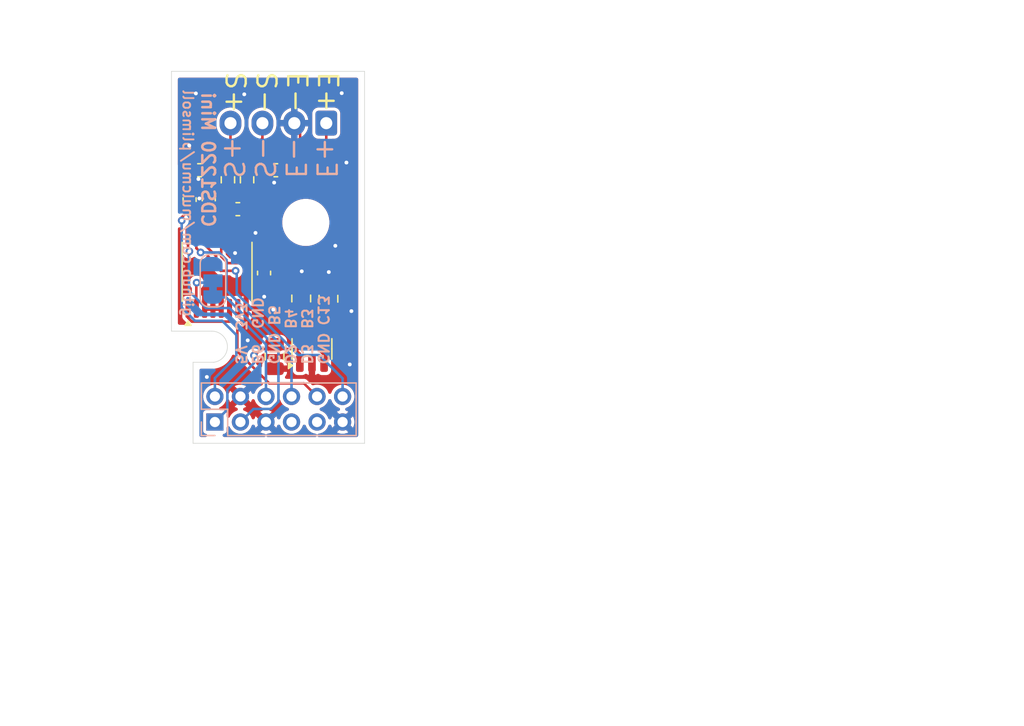
<source format=kicad_pcb>
(kicad_pcb (version 20241229) (generator "pcbnew") (generator_version "9.0")
  (layers (0 "F.Cu" signal) (4 "In1.Cu" signal) (6 "In2.Cu" signal) (2 "B.Cu" signal) (13 "F.Paste" user) (15 "B.Paste" user) (5 "F.SilkS" user "F.Silkscreen") (7 "B.SilkS" user "B.Silkscreen") (1 "F.Mask" user) (3 "B.Mask" user) (25 "Edge.Cuts" user))
  (net 0 "")
  (net 1 "GND")
  (net 2 "VBUS")
  (net 3 "+3.3VADC")
  (net 4 "+3V3")
  (net 5 "/Signal-")
  (net 6 "/Signal+")
  (net 7 "Net-(U1-AIN1)")
  (net 8 "Net-(U1-AIN0{slash}REFP1)")
  (net 9 "/C13")
  (net 10 "/B4")
  (net 11 "/B6")
  (net 12 "Net-(JP2-C)")
  (net 15 "/B3")
  (net 16 "/B5")
  (net 17 "/D3")
  (net 18 "/D2")
  (footprint "Connector_JST:JST_XH_B4B-XH-A_1x04_P2.50mm_Vertical" (layer "F.Cu") (at 38.2 24.06 180)
    (property "Reference" "J3" (hide yes))
    (property "Value" "Loadd Cell")
    (pad "1" thru_hole roundrect (at 0 0 180) (size 1.7 1.95) (drill 0.95) (layers "*.Cu" "*.Mask") (roundrect_rratio 0.147059) (net 3 "+3.3VADC"))
    (pad "2" thru_hole oval (at 2.5 0 180) (size 1.7 1.95) (drill 0.95) (layers "*.Cu" "*.Mask") (net 1 "GND"))
    (pad "3" thru_hole oval (at 5 0 180) (size 1.7 1.95) (drill 0.95) (layers "*.Cu" "*.Mask") (net 5 "/Signal-"))
    (pad "4" thru_hole oval (at 7.5 0 180) (size 1.7 1.95) (drill 0.95) (layers "*.Cu" "*.Mask") (net 6 "/Signal+"))
  )
  (footprint "Capacitor_SMD:C_0603_1608Metric" (layer "F.Cu") (at 33.33 35.805 -90)
    (property "Reference" "C8" (hide yes))
    (property "Value" "100n")
    (fp_line (start -0.14058 0.51) (end 0.14058 0.51) (stroke (width 0.12)) (layer "F.SilkS"))
    (fp_line (start -0.14058 -0.51) (end 0.14058 -0.51) (stroke (width 0.12)) (layer "F.SilkS"))
    (pad "1" smd roundrect (at -0.775 0 270) (size 0.9 0.95) (layers "F.Cu" "F.Mask" "F.Paste") (net 3 "+3.3VADC"))
    (pad "2" smd roundrect (at 0.775 0 270) (size 0.9 0.95) (layers "F.Cu" "F.Mask" "F.Paste") (net 1 "GND"))
  )
  (footprint "MountingHole:MountingHole_3.2mm_M3" (layer "F.Cu") (at 36.6 31.839706)
    (property "Reference" "H1" (hide yes))
    (property "Value" "MountingHole")
    (pad "" np_thru_hole circle (at 0 0) (size 3.2 3.2) (drill 3.2) (layers "*.Cu" "*.Mask"))
  )
  (footprint "Capacitor_SMD:C_0805_2012Metric" (layer "F.Cu") (at 38.37 37.82 90)
    (property "Reference" "C11" (hide yes))
    (property "Value" "10u")
    (fp_line (start -0.261252 -0.735) (end 0.261252 -0.735) (stroke (width 0.12)) (layer "F.SilkS"))
    (fp_line (start -0.261252 0.735) (end 0.261252 0.735) (stroke (width 0.12)) (layer "F.SilkS"))
    (pad "1" smd roundrect (at -0.95 0 90) (size 1 1.45) (layers "F.Cu" "F.Mask" "F.Paste") (net 3 "+3.3VADC"))
    (pad "2" smd roundrect (at 0.95 0 90) (size 1 1.45) (layers "F.Cu" "F.Mask" "F.Paste") (net 1 "GND"))
  )
  (footprint "Package_SO:TSSOP-16_4.4x5mm_P0.65mm" (layer "F.Cu") (at 29.65 35.7125 90)
    (property "Reference" "U1" (hide yes))
    (property "Value" "ADS1220xPW")
    (fp_line (start -2.31 -2.735) (end 2.31 -2.735) (stroke (width 0.12)) (layer "F.SilkS"))
    (fp_line (start 2.31 2.735) (end -2.31 2.735) (stroke (width 0.12)) (layer "F.SilkS"))
    (fp_poly (pts (xy -3.86 -2.28) (xy -4.19 -2.04) (xy -4.19 -2.52)) (stroke (width 0.12)) (fill yes) (layer "F.SilkS"))
    (pad "1" smd roundrect (at -2.8625 -2.275 90) (size 1.475 0.4) (layers "F.Cu" "F.Mask" "F.Paste") (net 15 "/B3"))
    (pad "2" smd roundrect (at -2.8625 -1.625 90) (size 1.475 0.4) (layers "F.Cu" "F.Mask" "F.Paste") (net 12 "Net-(JP2-C)"))
    (pad "3" smd roundrect (at -2.8625 -0.975 90) (size 1.475 0.4) (layers "F.Cu" "F.Mask" "F.Paste") (net 1 "GND"))
    (pad "4" smd roundrect (at -2.8625 -0.325 90) (size 1.475 0.4) (layers "F.Cu" "F.Mask" "F.Paste") (net 1 "GND"))
    (pad "5" smd roundrect (at -2.8625 0.325 90) (size 1.475 0.4) (layers "F.Cu" "F.Mask" "F.Paste") (net 1 "GND"))
    (pad "6" smd roundrect (at -2.8625 0.975 90) (size 1.475 0.4) (layers "F.Cu" "F.Mask" "F.Paste"))
    (pad "7" smd roundrect (at -2.8625 1.625 90) (size 1.475 0.4) (layers "F.Cu" "F.Mask" "F.Paste"))
    (pad "8" smd roundrect (at -2.8625 2.275 90) (size 1.475 0.4) (layers "F.Cu" "F.Mask" "F.Paste") (net 1 "GND"))
    (pad "9" smd roundrect (at 2.8625 2.275 90) (size 1.475 0.4) (layers "F.Cu" "F.Mask" "F.Paste") (net 3 "+3.3VADC"))
    (pad "10" smd roundrect (at 2.8625 1.625 90) (size 1.475 0.4) (layers "F.Cu" "F.Mask" "F.Paste") (net 7 "Net-(U1-AIN1)"))
    (pad "11" smd roundrect (at 2.8625 0.975 90) (size 1.475 0.4) (layers "F.Cu" "F.Mask" "F.Paste") (net 8 "Net-(U1-AIN0{slash}REFP1)"))
    (pad "12" smd roundrect (at 2.8625 0.325 90) (size 1.475 0.4) (layers "F.Cu" "F.Mask" "F.Paste") (net 3 "+3.3VADC"))
    (pad "13" smd roundrect (at 2.8625 -0.325 90) (size 1.475 0.4) (layers "F.Cu" "F.Mask" "F.Paste") (net 4 "+3V3"))
    (pad "14" smd roundrect (at 2.8625 -0.975 90) (size 1.475 0.4) (layers "F.Cu" "F.Mask" "F.Paste") (net 9 "/C13"))
    (pad "15" smd roundrect (at 2.8625 -1.625 90) (size 1.475 0.4) (layers "F.Cu" "F.Mask" "F.Paste") (net 10 "/B4"))
    (pad "16" smd roundrect (at 2.8625 -2.275 90) (size 1.475 0.4) (layers "F.Cu" "F.Mask" "F.Paste") (net 16 "/B5"))
  )
  (footprint "Package_TO_SOT_SMD:SOT-23-5" (layer "F.Cu") (at 37.08 41.7525 90)
    (property "Reference" "U5" (hide yes))
    (property "Value" "RS3236-3.3")
    (fp_line (start 0 -1.56) (end 0.8 -1.56) (stroke (width 0.12)) (layer "F.SilkS"))
    (fp_line (start 0 -1.56) (end -0.8 -1.56) (stroke (width 0.12)) (layer "F.SilkS"))
    (fp_line (start 0 1.56) (end 0.8 1.56) (stroke (width 0.12)) (layer "F.SilkS"))
    (fp_line (start 0 1.56) (end -0.8 1.56) (stroke (width 0.12)) (layer "F.SilkS"))
    (fp_poly (pts (xy -1.3 -1.51) (xy -1.54 -1.84) (xy -1.06 -1.84)) (stroke (width 0.12)) (fill yes) (layer "F.SilkS"))
    (pad "1" smd roundrect (at -1.1375 -0.95 90) (size 1.325 0.6) (layers "F.Cu" "F.Mask" "F.Paste") (net 2 "VBUS"))
    (pad "2" smd roundrect (at -1.1375 0 90) (size 1.325 0.6) (layers "F.Cu" "F.Mask" "F.Paste") (net 1 "GND"))
    (pad "3" smd roundrect (at -1.1375 0.95 90) (size 1.325 0.6) (layers "F.Cu" "F.Mask" "F.Paste") (net 2 "VBUS"))
    (pad "4" smd roundrect (at 1.1375 0.95 90) (size 1.325 0.6) (layers "F.Cu" "F.Mask" "F.Paste"))
    (pad "5" smd roundrect (at 1.1375 -0.95 90) (size 1.325 0.6) (layers "F.Cu" "F.Mask" "F.Paste") (net 3 "+3.3VADC"))
  )
  (footprint "Capacitor_SMD:C_0603_1608Metric" (layer "F.Cu") (at 31.275 30.8 180)
    (property "Reference" "C7" (hide yes))
    (property "Value" "100n")
    (fp_line (start -0.14058 0.51) (end 0.14058 0.51) (stroke (width 0.12)) (layer "F.SilkS"))
    (fp_line (start -0.14058 -0.51) (end 0.14058 -0.51) (stroke (width 0.12)) (layer "F.SilkS"))
    (pad "1" smd roundrect (at -0.775 0 180) (size 0.9 0.95) (layers "F.Cu" "F.Mask" "F.Paste") (net 7 "Net-(U1-AIN1)"))
    (pad "2" smd roundrect (at 0.775 0 180) (size 0.9 0.95) (layers "F.Cu" "F.Mask" "F.Paste") (net 8 "Net-(U1-AIN0{slash}REFP1)"))
  )
  (footprint "Capacitor_SMD:C_0603_1608Metric" (layer "F.Cu") (at 28.275 27.75)
    (property "Reference" "C2" (hide yes))
    (property "Value" "DNP")
    (fp_line (start -0.14058 -0.51) (end 0.14058 -0.51) (stroke (width 0.12)) (layer "F.SilkS"))
    (fp_line (start -0.14058 0.51) (end 0.14058 0.51) (stroke (width 0.12)) (layer "F.SilkS"))
    (pad "1" smd roundrect (at -0.775 0) (size 0.9 0.95) (layers "F.Cu" "F.Mask" "F.Paste") (net 1 "GND"))
    (pad "2" smd roundrect (at 0.775 0) (size 0.9 0.95) (layers "F.Cu" "F.Mask" "F.Paste") (net 8 "Net-(U1-AIN0{slash}REFP1)"))
  )
  (footprint "Capacitor_SMD:C_0603_1608Metric" (layer "F.Cu") (at 27.5 30.05 90)
    (property "Reference" "C9" (hide yes))
    (property "Value" "100n")
    (fp_line (start -0.14058 -0.51) (end 0.14058 -0.51) (stroke (width 0.12)) (layer "F.SilkS"))
    (fp_line (start -0.14058 0.51) (end 0.14058 0.51) (stroke (width 0.12)) (layer "F.SilkS"))
    (pad "1" smd roundrect (at -0.775 0 90) (size 0.9 0.95) (layers "F.Cu" "F.Mask" "F.Paste") (net 4 "+3V3"))
    (pad "2" smd roundrect (at 0.775 0 90) (size 0.9 0.95) (layers "F.Cu" "F.Mask" "F.Paste") (net 1 "GND"))
  )
  (footprint "Resistor_SMD:R_0603_1608Metric" (layer "F.Cu") (at 32 28.5 90)
    (property "Reference" "R8" (hide yes))
    (property "Value" "100")
    (fp_line (start -0.237258 -0.5225) (end 0.237258 -0.5225) (stroke (width 0.12)) (layer "F.SilkS"))
    (fp_line (start -0.237258 0.5225) (end 0.237258 0.5225) (stroke (width 0.12)) (layer "F.SilkS"))
    (pad "1" smd roundrect (at -0.825 0 90) (size 0.8 0.95) (layers "F.Cu" "F.Mask" "F.Paste") (net 7 "Net-(U1-AIN1)"))
    (pad "2" smd roundrect (at 0.825 0 90) (size 0.8 0.95) (layers "F.Cu" "F.Mask" "F.Paste") (net 5 "/Signal-"))
  )
  (footprint "Resistor_SMD:R_0603_1608Metric" (layer "F.Cu") (at 30.5 28.5 90)
    (property "Reference" "R7" (hide yes))
    (property "Value" "100")
    (fp_line (start -0.237258 -0.5225) (end 0.237258 -0.5225) (stroke (width 0.12)) (layer "F.SilkS"))
    (fp_line (start -0.237258 0.5225) (end 0.237258 0.5225) (stroke (width 0.12)) (layer "F.SilkS"))
    (pad "1" smd roundrect (at -0.825 0 90) (size 0.8 0.95) (layers "F.Cu" "F.Mask" "F.Paste") (net 8 "Net-(U1-AIN0{slash}REFP1)"))
    (pad "2" smd roundrect (at 0.825 0 90) (size 0.8 0.95) (layers "F.Cu" "F.Mask" "F.Paste") (net 6 "/Signal+"))
  )
  (footprint "Capacitor_SMD:C_0603_1608Metric" (layer "F.Cu") (at 29 30 -90)
    (property "Reference" "C12" (hide yes))
    (property "Value" "100n")
    (fp_line (start -0.14058 0.51) (end 0.14058 0.51) (stroke (width 0.12)) (layer "F.SilkS"))
    (fp_line (start -0.14058 -0.51) (end 0.14058 -0.51) (stroke (width 0.12)) (layer "F.SilkS"))
    (pad "1" smd roundrect (at -0.775 0 270) (size 0.9 0.95) (layers "F.Cu" "F.Mask" "F.Paste") (net 1 "GND"))
    (pad "2" smd roundrect (at 0.775 0 270) (size 0.9 0.95) (layers "F.Cu" "F.Mask" "F.Paste") (net 3 "+3.3VADC"))
  )
  (footprint "Capacitor_SMD:C_0603_1608Metric" (layer "F.Cu") (at 34.25 27.75 180)
    (property "Reference" "C1" (hide yes))
    (property "Value" "DNP")
    (fp_line (start -0.14058 0.51) (end 0.14058 0.51) (stroke (width 0.12)) (layer "F.SilkS"))
    (fp_line (start -0.14058 -0.51) (end 0.14058 -0.51) (stroke (width 0.12)) (layer "F.SilkS"))
    (pad "1" smd roundrect (at -0.775 0 180) (size 0.9 0.95) (layers "F.Cu" "F.Mask" "F.Paste") (net 1 "GND"))
    (pad "2" smd roundrect (at 0.775 0 180) (size 0.9 0.95) (layers "F.Cu" "F.Mask" "F.Paste") (net 7 "Net-(U1-AIN1)"))
  )
  (footprint "Capacitor_SMD:C_0805_2012Metric" (layer "F.Cu") (at 34.15 42.35 -90)
    (property "Reference" "C6" (hide yes))
    (property "Value" "1u")
    (fp_line (start -0.261252 0.735) (end 0.261252 0.735) (stroke (width 0.12)) (layer "F.SilkS"))
    (fp_line (start -0.261252 -0.735) (end 0.261252 -0.735) (stroke (width 0.12)) (layer "F.SilkS"))
    (pad "1" smd roundrect (at -0.95 0 270) (size 1 1.45) (layers "F.Cu" "F.Mask" "F.Paste") (net 2 "VBUS"))
    (pad "2" smd roundrect (at 0.95 0 270) (size 1 1.45) (layers "F.Cu" "F.Mask" "F.Paste") (net 1 "GND"))
  )
  (footprint "Capacitor_SMD:C_0805_2012Metric" (layer "F.Cu") (at 36.24 37.8 90)
    (property "Reference" "C10" (hide yes))
    (property "Value" "1u")
    (fp_line (start -0.261252 -0.735) (end 0.261252 -0.735) (stroke (width 0.12)) (layer "F.SilkS"))
    (fp_line (start -0.261252 0.735) (end 0.261252 0.735) (stroke (width 0.12)) (layer "F.SilkS"))
    (pad "1" smd roundrect (at -0.95 0 90) (size 1 1.45) (layers "F.Cu" "F.Mask" "F.Paste") (net 3 "+3.3VADC"))
    (pad "2" smd roundrect (at 0.95 0 90) (size 1 1.45) (layers "F.Cu" "F.Mask" "F.Paste") (net 1 "GND"))
  )
  (footprint "Jumper:SolderJumper-3_P1.3mm_Bridged12_RoundedPad1.0x1.5mm_NumberLabels" (layer "B.Cu") (at 29.33 36.41 90)
    (property "Reference" "JP2" (hide yes))
    (property "Value" "~{CS}")
    (fp_poly (pts (xy -0.9 0.3) (xy -0.4 0.3) (xy -0.4 -0.3) (xy -0.9 -0.3)) (fill yes) (layer "B.Cu"))
    (fp_line (start 1.4 -1) (end -1.4 -1) (stroke (width 0.12)) (layer "B.SilkS"))
    (fp_line (start -2.05 -0.3) (end -2.05 0.3) (stroke (width 0.12)) (layer "B.SilkS"))
    (fp_line (start 2.05 0.3) (end 2.05 -0.3) (stroke (width 0.12)) (layer "B.SilkS"))
    (fp_line (start -1.4 1) (end 1.4 1) (stroke (width 0.12)) (layer "B.SilkS"))
    (fp_arc (start 1.35 -1) (mid 1.844975 -0.794975) (end 2.05 -0.3) (stroke (width 0.12)) (layer "B.SilkS"))
    (fp_arc (start -2.05 -0.3) (mid -1.844975 -0.794975) (end -1.35 -1) (stroke (width 0.12)) (layer "B.SilkS"))
    (fp_arc (start 2.05 0.3) (mid 1.844975 0.794975) (end 1.35 1) (stroke (width 0.12)) (layer "B.SilkS"))
    (fp_arc (start -1.35 1) (mid -1.844975 0.794975) (end -2.05 0.3) (stroke (width 0.12)) (layer "B.SilkS"))
    (pad "1" smd custom (at -1.3 0 90) (size 1 0.5) (layers "B.Cu" "B.Mask") (net 11 "/B6") (options (clearance outline) (anchor rect)) (primitives (gr_poly (pts (xy 0.55 -0.75) (xy 0 -0.75) (xy 0 0.75) (xy 0.55 0.75)) (width 0) (fill yes)) (gr_circle (center 0 -0.25) (end 0.5 -0.25) (width 0) (fill yes)) (gr_circle (center 0 0.25) (end 0.5 0.25) (width 0) (fill yes))))
    (pad "2" smd rect (at 0 0 90) (size 1 1.5) (layers "B.Cu" "B.Mask") (net 12 "Net-(JP2-C)"))
    (pad "3" smd custom (at 1.3 0 90) (size 1 0.5) (layers "B.Cu" "B.Mask") (net 1 "GND") (options (clearance outline) (anchor rect)) (primitives (gr_circle (center 0 -0.25) (end 0.5 -0.25) (width 0) (fill yes)) (gr_circle (center 0 0.25) (end 0.5 0.25) (width 0) (fill yes)) (gr_poly (pts (xy 0 -0.75) (xy -0.55 -0.75) (xy -0.55 0.75) (xy 0 0.75)) (width 0) (fill yes))))
  )
  (footprint "Connector_PinSocket_2.00mm:PinSocket_2x06_P2.00mm_Vertical" (layer "B.Cu") (at 29.48 47.48 -90)
    (property "Reference" "J1" (hide yes))
    (property "Value" "Conn_02x06_Odd_Even")
    (fp_line (start -3.06 1.06) (end -1 1.06) (stroke (width 0.12)) (layer "B.SilkS"))
    (fp_line (start -3.06 1.06) (end -3.06 -11.06) (stroke (width 0.12)) (layer "B.SilkS"))
    (fp_line (start -1 1.06) (end -1 -1) (stroke (width 0.12)) (layer "B.SilkS"))
    (fp_line (start 0 1.06) (end 1.06 1.06) (stroke (width 0.12)) (layer "B.SilkS"))
    (fp_line (start 1.06 1.06) (end 1.06 0) (stroke (width 0.12)) (layer "B.SilkS"))
    (fp_line (start -1 -1) (end 1.06 -1) (stroke (width 0.12)) (layer "B.SilkS"))
    (fp_line (start 1.06 -1) (end 1.06 -11.06) (stroke (width 0.12)) (layer "B.SilkS"))
    (fp_line (start -3.06 -11.06) (end 1.06 -11.06) (stroke (width 0.12)) (layer "B.SilkS"))
    (pad "1" thru_hole rect (at 0 0 270) (size 1.35 1.35) (drill 0.8) (layers "*.Cu" "*.Mask") (net 2 "VBUS"))
    (pad "2" thru_hole circle (at -2 0 270) (size 1.35 1.35) (drill 0.8) (layers "*.Cu" "*.Mask") (net 4 "+3V3"))
    (pad "3" thru_hole circle (at 0 -2 270) (size 1.35 1.35) (drill 0.8) (layers "*.Cu" "*.Mask") (net 11 "/B6"))
    (pad "4" thru_hole circle (at -2 -2 270) (size 1.35 1.35) (drill 0.8) (layers "*.Cu" "*.Mask") (net 1 "GND"))
    (pad "5" thru_hole circle (at 0 -4 270) (size 1.35 1.35) (drill 0.8) (layers "*.Cu" "*.Mask") (net 1 "GND"))
    (pad "6" thru_hole circle (at -2 -4 270) (size 1.35 1.35) (drill 0.8) (layers "*.Cu" "*.Mask") (net 16 "/B5"))
    (pad "7" thru_hole circle (at 0 -6 270) (size 1.35 1.35) (drill 0.8) (layers "*.Cu" "*.Mask") (net 18 "/D2"))
    (pad "8" thru_hole circle (at -2 -6 270) (size 1.35 1.35) (drill 0.8) (layers "*.Cu" "*.Mask") (net 10 "/B4"))
    (pad "9" thru_hole circle (at 0 -8 270) (size 1.35 1.35) (drill 0.8) (layers "*.Cu" "*.Mask") (net 17 "/D3"))
    (pad "10" thru_hole circle (at -2 -8 270) (size 1.35 1.35) (drill 0.8) (layers "*.Cu" "*.Mask") (net 15 "/B3"))
    (pad "11" thru_hole circle (at 0 -10 270) (size 1.35 1.35) (drill 0.8) (layers "*.Cu" "*.Mask") (net 1 "GND"))
    (pad "12" thru_hole circle (at -2 -10 270) (size 1.35 1.35) (drill 0.8) (layers "*.Cu" "*.Mask") (net 9 "/C13"))
  )
  (gr_line (start 26.08 40.36) (end 26.08 20) (stroke (width 0.05)) (layer "Edge.Cuts"))
  (gr_line (start 27.77 42.800304) (end 27.77 49.15) (stroke (width 0.05)) (layer "Edge.Cuts"))
  (gr_line (start 41.2 49.15) (end 41.2 20) (stroke (width 0.05)) (layer "Edge.Cuts"))
  (gr_arc (start 29.223299 40.36) (mid 30.457304 41.504458) (end 29.383369 42.800304) (stroke (width 0.05)) (layer "Edge.Cuts"))
  (gr_line (start 27.77 49.15) (end 41.2 49.15) (stroke (width 0.05)) (layer "Edge.Cuts"))
  (gr_line (start 26.08 20) (end 41.2 20) (stroke (width 0.05)) (layer "Edge.Cuts"))
  (gr_line (start 29.383369 42.800295) (end 27.77 42.800304) (stroke (width 0.05)) (layer "Edge.Cuts"))
  (gr_line (start 29.223332 40.36) (end 26.08 40.36) (stroke (width 0.05)) (layer "Edge.Cuts"))
  (gr_text "E+\nE-\nS-\nS+" (at 30.2 19.9 270) (layer "F.SilkS") (effects (font (size 1.5 1.5) (thickness 0.1875)) (justify left bottom)))
  (gr_text "E+\nE-\nS-\nS+" (at 30.08 28.52 270) (layer "B.SilkS") (effects (font (size 1.5 1.5) (thickness 0.1875)) (justify left bottom mirror)))
  (gr_text "github.com/mulcmu/plimsoll" (at 26.9 39.3 270) (layer "B.SilkS") (effects (font (size 0.8 0.8)) (justify left bottom mirror)))
  (gr_text "CDS1220 Mini" (at 28.36 32.32 270) (layer "B.SilkS") (effects (font (size 1 1) (thickness 0.2) (bold yes)) (justify left bottom mirror)))
  (gr_text "GND C13\nD3  B3\nD2  B4\nGND B5\nB6  GND\n5V  3v3" (at 31.05 43.05 270) (layer "B.SilkS") (effects (font (size 0.8 0.8) (thickness 0.16) (bold yes)) (justify left bottom mirror)))
  (segment (start 39.48 47.48) (end 39.47 47.49) (width 0.2) (layer "F.Cu") (net 1))
  (segment (start 28.95 29.275) (end 29 29.225) (width 0.2) (layer "F.Cu") (net 1))
  (segment (start 28.19 28.44) (end 28.215 28.44) (width 0.2) (layer "F.Cu") (net 1))
  (segment (start 27.5 27.75) (end 27.5 29.275) (width 0.2) (layer "F.Cu") (net 1))
  (segment (start 28.215 28.44) (end 29 29.225) (width 0.2) (layer "F.Cu") (net 1))
  (segment (start 28.2625 29.9625) (end 29 29.225) (width 0.2) (layer "F.Cu") (net 1))
  (segment (start 36.15 27.44) (end 36.15 24.51) (width 0.2) (layer "F.Cu") (net 1))
  (segment (start 35.84 27.75) (end 36.15 27.44) (width 0.2) (layer "F.Cu") (net 1))
  (segment (start 27.5 29.275) (end 28.95 29.275) (width 0.2) (layer "F.Cu") (net 1))
  (segment (start 35.025 27.75) (end 35.84 27.75) (width 0.2) (layer "F.Cu") (net 1))
  (segment (start 36.15 24.51) (end 35.7 24.06) (width 0.2) (layer "F.Cu") (net 1))
  (via (at 40.04 42.97) (size 0.6) (drill 0.3) (layers "F.Cu" "B.Cu") (net 1))
  (via (at 40.17 38.79) (size 0.6) (drill 0.3) (layers "F.Cu" "B.Cu") (net 1))
  (via (at 38.91 33.67) (size 0.6) (drill 0.3) (layers "F.Cu" "B.Cu") (net 1))
  (via (at 34.12 28.72) (size 0.6) (drill 0.3) (layers "F.Cu" "B.Cu") (net 1))
  (via (at 28.2625 29.9625) (size 0.6) (drill 0.3) (layers "F.Cu" "B.Cu") (net 1))
  (via (at 36.28 35.67) (size 0.6) (drill 0.3) (layers "F.Cu" "B.Cu") (net 1))
  (via (at 32.66 32.66) (size 0.6) (drill 0.3) (layers "F.Cu" "B.Cu") (net 1))
  (via (at 31.78 21.8) (size 0.6) (drill 0.3) (layers "F.Cu" "B.Cu") (net 1))
  (via (at 32.05 41.08) (size 0.6) (drill 0.3) (layers "F.Cu" "B.Cu") (net 1))
  (via (at 39.41 21.71) (size 0.6) (drill 0.3) (layers "F.Cu" "B.Cu") (net 1))
  (via (at 27.99 21.73) (size 0.6) (drill 0.3) (layers "F.Cu" "B.Cu") (net 1))
  (via (at 39.78 27.15) (size 0.6) (drill 0.3) (layers "F.Cu" "B.Cu") (net 1))
  (via (at 31.06 34.24) (size 0.6) (drill 0.3) (layers "F.Cu" "B.Cu") (net 1))
  (via (at 33.34 37.66) (size 0.6) (drill 0.3) (layers "F.Cu" "B.Cu") (net 1))
  (via (at 27.47 25.81) (size 0.6) (drill 0.3) (layers "F.Cu" "B.Cu") (net 1))
  (via (at 34.05 38.67) (size 0.6) (drill 0.3) (layers "F.Cu" "B.Cu") (net 1))
  (via (at 28.85 43.95) (size 0.6) (drill 0.3) (layers "F.Cu" "B.Cu") (net 1))
  (via (at 38.4 35.73) (size 0.6) (drill 0.3) (layers "F.Cu" "B.Cu") (net 1))
  (via (at 28.19 28.44) (size 0.6) (drill 0.3) (layers "F.Cu" "B.Cu") (net 1))
  (segment (start 37.562499 41.76) (end 36.75 41.76) (width 0.2) (layer "F.Cu") (net 2))
  (segment (start 33.09 41.76) (end 32.59 42.26) (width 0.2) (layer "F.Cu") (net 2))
  (segment (start 33.85 41.76) (end 33.09 41.76) (width 0.2) (layer "F.Cu") (net 2))
  (segment (start 38.03 42.227501) (end 37.562499 41.76) (width 0.2) (layer "F.Cu") (net 2))
  (segment (start 34.03 41.58) (end 33.85 41.76) (width 0.2) (layer "F.Cu") (net 2))
  (segment (start 35.76 41.76) (end 33.85 41.76) (width 0.2) (layer "F.Cu") (net 2))
  (segment (start 36.75 41.76) (end 35.76 41.76) (width 0.2) (layer "F.Cu") (net 2))
  (segment (start 38.03 42.89) (end 38.03 42.227501) (width 0.2) (layer "F.Cu") (net 2))
  (segment (start 34.03 40.99) (end 34.03 41.58) (width 0.2) (layer "F.Cu") (net 2))
  (segment (start 32.59 42.26) (end 32.54 42.26) (width 0.2) (layer "F.Cu") (net 2))
  (segment (start 36.13 42.89) (end 36.13 42.13) (width 0.2) (layer "F.Cu") (net 2))
  (segment (start 36.13 42.13) (end 35.76 41.76) (width 0.2) (layer "F.Cu") (net 2))
  (via (at 32.54 42.26) (size 0.6) (drill 0.3) (layers "F.Cu" "B.Cu") (net 2))
  (segment (start 32.54 42.26) (end 32.54 42.86) (width 0.2) (layer "B.Cu") (net 2))
  (segment (start 30.456 44.944) (end 30.456 46.504) (width 0.2) (layer "B.Cu") (net 2))
  (segment (start 30.456 46.504) (end 29.48 47.48) (width 0.2) (layer "B.Cu") (net 2))
  (segment (start 32.54 42.86) (end 30.456 44.944) (width 0.2) (layer "B.Cu") (net 2))
  (segment (start 34.51 37.41) (end 34.51 35.5) (width 0.2) (layer "F.Cu") (net 3))
  (segment (start 33.33 35.03) (end 32.51 35.03) (width 0.2) (layer "F.Cu") (net 3))
  (segment (start 32.51 35.03) (end 30.5 35.03) (width 0.2) (layer "F.Cu") (net 3))
  (segment (start 29.975 34.505) (end 29.975 32.85) (width 0.2) (layer "F.Cu") (net 3))
  (segment (start 34.51 35.5) (end 34.5 35.5) (width 0.2) (layer "F.Cu") (net 3))
  (segment (start 38.37 38.77) (end 36.26 38.77) (width 0.2) (layer "F.Cu") (net 3))
  (segment (start 36.26 38.77) (end 36.24 38.75) (width 0.2) (layer "F.Cu") (net 3))
  (segment (start 36.13 38.86) (end 36.24 38.75) (width 0.2) (layer "F.Cu") (net 3))
  (segment (start 33.33 31.62) (end 33.33 35.03) (width 0.2) (layer "F.Cu") (net 3))
  (segment (start 29 30.775) (end 29 30.81) (width 0.2) (layer "F.Cu") (net 3))
  (segment (start 29 30.81) (end 29.975 31.785) (width 0.2) (layer "F.Cu") (net 3))
  (segment (start 36.24 38.75) (end 35.85 38.75) (width 0.2) (layer "F.Cu") (net 3))
  (segment (start 36.13 40.615) (end 36.13 38.86) (width 0.2) (layer "F.Cu") (net 3))
  (segment (start 34.03 35.03) (end 33.33 35.03) (width 0.2) (layer "F.Cu") (net 3))
  (segment (start 38.2 24.06) (end 38.2 26.75) (width 0.2) (layer "F.Cu") (net 3))
  (segment (start 30.5 35.03) (end 29.975 34.505) (width 0.2) (layer "F.Cu") (net 3))
  (segment (start 34.5 35.5) (end 34.03 35.03) (width 0.2) (layer "F.Cu") (net 3))
  (segment (start 38.2 26.75) (end 33.33 31.62) (width 0.2) (layer "F.Cu") (net 3))
  (segment (start 29.975 31.785) (end 29.975 32.85) (width 0.2) (layer "F.Cu") (net 3))
  (segment (start 31.925 32.85) (end 31.925 34.445) (width 0.2) (layer "F.Cu") (net 3))
  (segment (start 35.85 38.75) (end 34.51 37.41) (width 0.2) (layer "F.Cu") (net 3))
  (segment (start 31.925 34.445) (end 32.51 35.03) (width 0.2) (layer "F.Cu") (net 3))
  (segment (start 29.325 32.85) (end 29.325 32.112501) (width 0.2) (layer "F.Cu") (net 4))
  (segment (start 29.325 32.112501) (end 28.742499 31.53) (width 0.2) (layer "F.Cu") (net 4))
  (segment (start 27.6 31.53) (end 27.5 31.43) (width 0.2) (layer "F.Cu") (net 4))
  (segment (start 26.88 31.445) (end 27.5 30.825) (width 0.2) (layer "F.Cu") (net 4))
  (segment (start 26.88 31.69) (end 26.88 31.445) (width 0.2) (layer "F.Cu") (net 4))
  (segment (start 28.742499 31.53) (end 27.6 31.53) (width 0.2) (layer "F.Cu") (net 4))
  (segment (start 27.5 31.43) (end 27.5 30.825) (width 0.2) (layer "F.Cu") (net 4))
  (via (at 26.88 31.69) (size 0.6) (drill 0.3) (layers "F.Cu" "B.Cu") (net 4))
  (segment (start 31.16 40.66) (end 30.049305 39.549305) (width 0.2) (layer "B.Cu") (net 4))
  (segment (start 29.48 45.48) (end 29.48 44.04) (width 0.2) (layer "B.Cu") (net 4))
  (segment (start 30.049305 39.549305) (end 27.919305 39.549305) (width 0.2) (layer "B.Cu") (net 4))
  (segment (start 31.16 42.36) (end 31.16 40.66) (width 0.2) (layer "B.Cu") (net 4))
  (segment (start 27.919305 39.549305) (end 26.88 38.51) (width 0.2) (layer "B.Cu") (net 4))
  (segment (start 26.88 38.51) (end 26.88 31.69) (width 0.2) (layer "B.Cu") (net 4))
  (segment (start 29.48 44.04) (end 31.16 42.36) (width 0.2) (layer "B.Cu") (net 4))
  (segment (start 33.2 25.25) (end 32 26.45) (width 0.2) (layer "F.Cu") (net 5))
  (segment (start 33.2 24.06) (end 33.2 25.25) (width 0.2) (layer "F.Cu") (net 5))
  (segment (start 32 26.45) (end 32 27.675) (width 0.2) (layer "F.Cu") (net 5))
  (segment (start 30.7 24.06) (end 30.7 25.83) (width 0.2) (layer "F.Cu") (net 6))
  (segment (start 30.5 26.03) (end 30.5 27.675) (width 0.2) (layer "F.Cu") (net 6))
  (segment (start 30.7 25.83) (end 30.5 26.03) (width 0.2) (layer "F.Cu") (net 6))
  (segment (start 31.97 31.62) (end 32.05 31.54) (width 0.2) (layer "F.Cu") (net 7))
  (segment (start 31.275 31.795) (end 31.45 31.62) (width 0.2) (layer "F.Cu") (net 7))
  (segment (start 32.05 31.54) (end 32.05 30.8) (width 0.2) (layer "F.Cu") (net 7))
  (segment (start 32 30.75) (end 32.05 30.8) (width 0.2) (layer "F.Cu") (net 7))
  (segment (start 32 29.325) (end 32 30.75) (width 0.2) (layer "F.Cu") (net 7))
  (segment (start 33.475 27.75) (end 33.475 28.805) (width 0.2) (layer "F.Cu") (net 7))
  (segment (start 31.275 32.85) (end 31.275 31.795) (width 0.2) (layer "F.Cu") (net 7))
  (segment (start 32.955 29.325) (end 32 29.325) (width 0.2) (layer "F.Cu") (net 7))
  (segment (start 33.475 28.805) (end 32.955 29.325) (width 0.2) (layer "F.Cu") (net 7))
  (segment (start 31.45 31.62) (end 31.97 31.62) (width 0.2) (layer "F.Cu") (net 7))
  (segment (start 30.5 29.2) (end 29.05 27.75) (width 0.2) (layer "F.Cu") (net 8))
  (segment (start 30.5 31.65) (end 30.5 30.8) (width 0.2) (layer "F.Cu") (net 8))
  (segment (start 30.625 32.85) (end 30.625 31.775) (width 0.2) (layer "F.Cu") (net 8))
  (segment (start 30.5 29.325) (end 30.5 30.8) (width 0.2) (layer "F.Cu") (net 8))
  (segment (start 30.5 29.325) (end 30.5 29.2) (width 0.2) (layer "F.Cu") (net 8))
  (segment (start 30.625 31.775) (end 30.5 31.65) (width 0.2) (layer "F.Cu") (net 8))
  (segment (start 29.574 34.486499) (end 28.675 33.587499) (width 0.2) (layer "F.Cu") (net 9))
  (segment (start 31.1 35.63) (end 29.92 35.63) (width 0.2) (layer "F.Cu") (net 9))
  (segment (start 28.675 33.587499) (end 28.675 32.85) (width 0.2) (layer "F.Cu") (net 9))
  (segment (start 29.574 35.284) (end 29.574 34.486499) (width 0.2) (layer "F.Cu") (net 9))
  (segment (start 29.92 35.63) (end 29.574 35.284) (width 0.2) (layer "F.Cu") (net 9))
  (via (at 31.1 35.63) (size 0.6) (drill 0.3) (layers "F.Cu" "B.Cu") (net 9))
  (segment (start 37.6461 42.229) (end 39.48 44.0629) (width 0.2) (layer "B.Cu") (net 9))
  (segment (start 31.1 35.63) (end 31.19 35.72) (width 0.2) (layer "B.Cu") (net 9))
  (segment (start 31.19 35.72) (end 31.19 37.4129) (width 0.2) (layer "B.Cu") (net 9))
  (segment (start 36.0061 42.229) (end 37.6461 42.229) (width 0.2) (layer "B.Cu") (net 9))
  (segment (start 31.19 37.4129) (end 36.0061 42.229) (width 0.2) (layer "B.Cu") (net 9))
  (segment (start 39.48 44.0629) (end 39.48 45.48) (width 0.2) (layer "B.Cu") (net 9))
  (segment (start 28.36 34.19) (end 28.025 33.855) (width 0.2) (layer "F.Cu") (net 10))
  (segment (start 28.025 33.855) (end 28.025 32.85) (width 0.2) (layer "F.Cu") (net 10))
  (via (at 28.36 34.19) (size 0.6) (drill 0.3) (layers "F.Cu" "B.Cu") (net 10))
  (segment (start 35.48 42.27) (end 30.386 37.176) (width 0.2) (layer "B.Cu") (net 10))
  (segment (start 29.799856 34.19) (end 28.36 34.19) (width 0.2) (layer "B.Cu") (net 10))
  (segment (start 30.386 34.776144) (end 29.799856 34.19) (width 0.2) (layer "B.Cu") (net 10))
  (segment (start 35.48 45.48) (end 35.48 42.27) (width 0.2) (layer "B.Cu") (net 10))
  (segment (start 30.386 37.176) (end 30.386 34.776144) (width 0.2) (layer "B.Cu") (net 10))
  (segment (start 30.3529 37.71) (end 29.33 37.71) (width 0.2) (layer "B.Cu") (net 11))
  (segment (start 34.456 41.8131) (end 30.3529 37.71) (width 0.2) (layer "B.Cu") (net 11))
  (segment (start 34.456 45.884273) (end 34.456 41.8131) (width 0.2) (layer "B.Cu") (net 11))
  (segment (start 33.884273 46.456) (end 34.456 45.884273) (width 0.2) (layer "B.Cu") (net 11))
  (segment (start 31.48 47.48) (end 32.504 46.456) (width 0.2) (layer "B.Cu") (net 11))
  (segment (start 32.504 46.456) (end 33.884273 46.456) (width 0.2) (layer "B.Cu") (net 11))
  (segment (start 28.025 36.585) (end 28.05 36.56) (width 0.2) (layer "F.Cu") (net 12))
  (segment (start 28.025 38.575) (end 28.025 36.585) (width 0.2) (layer "F.Cu") (net 12))
  (via (at 28.05 36.56) (size 0.6) (drill 0.3) (layers "F.Cu" "B.Cu") (net 12))
  (segment (start 28.05 36.56) (end 29.18 36.56) (width 0.2) (layer "B.Cu") (net 12))
  (segment (start 29.18 36.56) (end 29.33 36.41) (width 0.2) (layer "B.Cu") (net 12))
  (segment (start 33.73 44.45) (end 31.24 41.96) (width 0.2) (layer "F.Cu") (net 15))
  (segment (start 30.8135 39.6135) (end 27.676001 39.6135) (width 0.2) (layer "F.Cu") (net 15))
  (segment (start 27.375 39.312499) (end 27.375 38.575) (width 0.2) (layer "F.Cu") (net 15))
  (segment (start 27.676001 39.6135) (end 27.375 39.312499) (width 0.2) (layer "F.Cu") (net 15))
  (segment (start 36.45 44.45) (end 33.73 44.45) (width 0.2) (layer "F.Cu") (net 15))
  (segment (start 31.24 41.96) (end 31.24 40.04) (width 0.2) (layer "F.Cu") (net 15))
  (segment (start 37.48 45.48) (end 36.45 44.45) (width 0.2) (layer "F.Cu") (net 15))
  (segment (start 37.48 45.22) (end 37.48 45.48) (width 0.2) (layer "F.Cu") (net 15))
  (segment (start 31.24 40.04) (end 30.8135 39.6135) (width 0.2) (layer "F.Cu") (net 15))
  (segment (start 27.375 34.005) (end 27.375 32.85) (width 0.2) (layer "F.Cu") (net 16))
  (segment (start 27.48 34.11) (end 27.375 34.005) (width 0.2) (layer "F.Cu") (net 16))
  (via (at 27.48 34.11) (size 0.6) (drill 0.3) (layers "F.Cu" "B.Cu") (net 16))
  (segment (start 30.6258 38.55) (end 28.780144 38.55) (width 0.2) (layer "B.Cu") (net 16))
  (segment (start 28.780144 38.55) (end 27.449 37.218856) (width 0.2) (layer "B.Cu") (net 16))
  (segment (start 33.48 45.48) (end 33.48 41.4042) (width 0.2) (layer "B.Cu") (net 16))
  (segment (start 27.449 37.218856) (end 27.449 34.141) (width 0.2) (layer "B.Cu") (net 16))
  (segment (start 33.48 41.4042) (end 30.6258 38.55) (width 0.2) (layer "B.Cu") (net 16))
  (segment (start 27.449 34.141) (end 27.48 34.11) (width 0.2) (layer "B.Cu") (net 16))
  (zone (net 1) (net_name "GND") (layers "F.Cu" "B.Cu" "In1.Cu" "In2.Cu") (connect_pads (clearance 0.25)) (min_thickness 0.25) (fill yes (thermal_gap 0.25) (thermal_bridge_width 0.5))
    (polygon (pts (xy 18.32 15.31) (xy 17.02 69.61) (xy 47.52 71.31) (xy 45.12 14.41)))
  )
)
</source>
